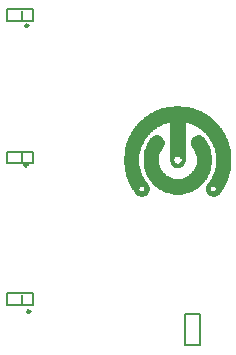
<source format=gbo>
G04 Layer_Color=32896*
%FSLAX44Y44*%
%MOMM*%
G71*
G01*
G75*
%ADD24C,0.2540*%
%ADD25C,0.2000*%
%ADD40C,0.0508*%
D24*
X143500Y398750D02*
G03*
X143500Y398750I-1250J0D01*
G01*
X142750Y280750D02*
G03*
X142750Y280750I-1250J0D01*
G01*
X145000Y156750D02*
G03*
X145000Y156750I-1250J0D01*
G01*
D25*
X125250Y172000D02*
X147250D01*
Y162000D02*
Y172000D01*
X125250Y162000D02*
X147250D01*
X125250D02*
Y172000D01*
X137750Y162000D02*
Y171000D01*
X125250Y412500D02*
X147250D01*
Y402500D02*
Y412500D01*
X125250Y402500D02*
X147250D01*
X125250D02*
Y412500D01*
X137750Y402500D02*
Y411500D01*
X125250Y292000D02*
X147250D01*
Y282000D02*
Y292000D01*
X125250Y282000D02*
X147250D01*
X125250D02*
Y292000D01*
X137750Y282000D02*
Y291000D01*
X276500Y154500D02*
X289000D01*
X276500Y128000D02*
X289000D01*
X276500D02*
Y154500D01*
X289000Y128000D02*
Y154500D01*
D40*
X314400Y279412D02*
Y291604D01*
X313892Y276364D02*
Y294652D01*
X313384Y273824D02*
Y296684D01*
X312876Y272300D02*
Y298716D01*
X312368Y270776D02*
Y300240D01*
X311860Y269252D02*
Y301256D01*
X311352Y267728D02*
Y302780D01*
X310844Y266712D02*
Y303796D01*
X310336Y265696D02*
Y304812D01*
X309828Y264680D02*
Y305828D01*
X309320Y263664D02*
Y306844D01*
X308812Y262648D02*
Y307860D01*
X308304Y261632D02*
Y308876D01*
X307796Y261124D02*
Y309384D01*
X307288Y260108D02*
Y310400D01*
X306780Y259600D02*
Y310908D01*
X306272Y258584D02*
Y311924D01*
X305764Y258076D02*
Y312432D01*
X305256Y257568D02*
Y312940D01*
X304748Y256552D02*
Y313956D01*
X304240Y256044D02*
Y314464D01*
X303732Y256044D02*
Y314972D01*
X303224Y255536D02*
Y315480D01*
X302716Y255028D02*
Y315988D01*
X302208Y289064D02*
Y316496D01*
Y255028D02*
Y281444D01*
X301700Y292112D02*
Y317004D01*
Y262140D02*
Y278396D01*
Y255028D02*
Y259600D01*
X301192Y294144D02*
Y317512D01*
Y262648D02*
Y276364D01*
Y254520D02*
Y259092D01*
X300684Y295668D02*
Y318020D01*
Y263156D02*
Y274840D01*
Y254520D02*
Y258584D01*
X300176Y297192D02*
Y318528D01*
Y263156D02*
Y273316D01*
Y254520D02*
Y258584D01*
X299668Y298208D02*
Y319036D01*
Y263156D02*
Y272300D01*
Y254520D02*
Y258584D01*
X299160Y299732D02*
Y319544D01*
Y263156D02*
Y271284D01*
Y254520D02*
Y258584D01*
X298652Y300748D02*
Y320052D01*
Y262648D02*
Y270268D01*
Y254520D02*
Y258584D01*
X298144Y301256D02*
Y320560D01*
Y281444D02*
Y289572D01*
Y262648D02*
Y269252D01*
Y255028D02*
Y259092D01*
X297636Y302272D02*
Y320560D01*
Y278396D02*
Y292112D01*
Y261632D02*
Y268236D01*
Y255028D02*
Y259600D01*
X297128Y303288D02*
Y321068D01*
Y276872D02*
Y294144D01*
Y255028D02*
Y267728D01*
X296620Y303796D02*
Y321576D01*
Y275348D02*
Y295668D01*
Y255536D02*
Y266712D01*
X296112Y304812D02*
Y322084D01*
Y273824D02*
Y296684D01*
Y256044D02*
Y266204D01*
X295604Y305320D02*
Y322084D01*
Y272808D02*
Y297700D01*
Y256044D02*
Y265188D01*
X295096Y305828D02*
Y322592D01*
Y271792D02*
Y298716D01*
Y257060D02*
Y264680D01*
X294588Y306336D02*
Y323100D01*
Y270776D02*
Y299732D01*
Y257568D02*
Y264172D01*
X294080Y307352D02*
Y323100D01*
Y270268D02*
Y300748D01*
Y258584D02*
Y262648D01*
X293572Y307860D02*
Y323608D01*
Y269252D02*
Y301256D01*
X293064Y308368D02*
Y324116D01*
Y268744D02*
Y302272D01*
X292556Y308876D02*
Y324116D01*
Y267728D02*
Y302780D01*
X292048Y309384D02*
Y324624D01*
Y267220D02*
Y303288D01*
X291540Y309892D02*
Y324624D01*
Y266712D02*
Y304304D01*
X291032Y309892D02*
Y325132D01*
Y266204D02*
Y304304D01*
X290524Y310400D02*
Y325640D01*
Y265696D02*
Y304812D01*
X290016Y310908D02*
Y325640D01*
Y265188D02*
Y305320D01*
X289508Y311416D02*
Y326148D01*
Y264680D02*
Y305320D01*
X289000Y311924D02*
Y326148D01*
Y264172D02*
Y305320D01*
X288492Y311924D02*
Y326656D01*
Y263664D02*
Y305828D01*
X287984Y312432D02*
Y326656D01*
Y263156D02*
Y305828D01*
X287476Y312940D02*
Y326656D01*
Y262648D02*
Y305828D01*
X286968Y312940D02*
Y327164D01*
Y262140D02*
Y305828D01*
X286460Y313448D02*
Y327164D01*
Y262140D02*
Y305828D01*
X285952Y313956D02*
Y327672D01*
Y287032D02*
Y305828D01*
Y261632D02*
Y283476D01*
X285444Y313956D02*
Y327672D01*
Y289572D02*
Y305320D01*
Y261124D02*
Y280936D01*
X284936Y314464D02*
Y327672D01*
Y291096D02*
Y305320D01*
Y261124D02*
Y279412D01*
X284428Y314464D02*
Y328180D01*
Y292620D02*
Y305320D01*
Y260616D02*
Y278396D01*
X283920Y314972D02*
Y328180D01*
Y293636D02*
Y304812D01*
Y260108D02*
Y277380D01*
X283412Y314972D02*
Y328180D01*
Y294144D02*
Y304304D01*
Y260108D02*
Y276364D01*
X282904Y315480D02*
Y328688D01*
Y295160D02*
Y304304D01*
Y259600D02*
Y275856D01*
X282396Y315480D02*
Y328688D01*
Y295668D02*
Y303796D01*
Y259600D02*
Y275348D01*
X281888Y315480D02*
Y328688D01*
Y296176D02*
Y302780D01*
Y259092D02*
Y274332D01*
X281380Y315988D02*
Y329196D01*
Y297700D02*
Y301764D01*
Y259092D02*
Y273824D01*
X280872Y315988D02*
Y329196D01*
Y258584D02*
Y273316D01*
X280364Y316496D02*
Y329196D01*
Y258584D02*
Y272808D01*
X279856Y316496D02*
Y329196D01*
Y258584D02*
Y272808D01*
X279348Y316496D02*
Y329704D01*
Y258076D02*
Y272300D01*
X278840Y317004D02*
Y329704D01*
Y258076D02*
Y271792D01*
X278332Y317004D02*
Y329704D01*
Y258076D02*
Y271284D01*
X277824Y317004D02*
Y329704D01*
Y257568D02*
Y271284D01*
X277316Y317004D02*
Y329704D01*
Y257568D02*
Y270776D01*
X276808Y317512D02*
Y330212D01*
Y257568D02*
Y270776D01*
X276300Y317512D02*
Y330212D01*
Y257060D02*
Y270268D01*
X275792Y284492D02*
Y330212D01*
Y257060D02*
Y270268D01*
X275284Y282460D02*
Y330212D01*
Y257060D02*
Y269760D01*
X274776Y281444D02*
Y330212D01*
Y257060D02*
Y269760D01*
X274268Y280936D02*
Y330212D01*
Y257060D02*
Y269760D01*
X273760Y280428D02*
Y330212D01*
Y257060D02*
Y269252D01*
X273252Y279920D02*
Y330212D01*
Y256552D02*
Y269252D01*
X272744Y286524D02*
Y330212D01*
Y279920D02*
Y284492D01*
Y256552D02*
Y269252D01*
X272236Y287032D02*
Y330212D01*
Y279412D02*
Y283476D01*
Y256552D02*
Y269252D01*
X271728Y288048D02*
Y330720D01*
Y279412D02*
Y282968D01*
Y256552D02*
Y269252D01*
X271220Y288048D02*
Y330720D01*
Y279412D02*
Y282460D01*
Y256552D02*
Y269252D01*
X270712Y288556D02*
Y330720D01*
Y278904D02*
Y281952D01*
Y256552D02*
Y268744D01*
X270204Y288556D02*
Y330720D01*
Y278904D02*
Y281952D01*
Y256552D02*
Y268744D01*
X269696Y288556D02*
Y330720D01*
Y278904D02*
Y281952D01*
Y256552D02*
Y268744D01*
X269188Y288556D02*
Y330720D01*
Y278904D02*
Y281952D01*
Y256552D02*
Y268744D01*
X268680Y288556D02*
Y330720D01*
Y278904D02*
Y281952D01*
Y256552D02*
Y268744D01*
X268172Y288048D02*
Y330720D01*
Y278904D02*
Y282460D01*
Y256552D02*
Y268744D01*
X267664Y288048D02*
Y330720D01*
Y279412D02*
Y282460D01*
Y256552D02*
Y269252D01*
X267156Y287540D02*
Y330720D01*
Y279412D02*
Y282968D01*
Y256552D02*
Y269252D01*
X266648Y287032D02*
Y330212D01*
Y279920D02*
Y283984D01*
Y256552D02*
Y269252D01*
X266140Y279920D02*
Y330212D01*
Y256552D02*
Y269252D01*
X265632Y280428D02*
Y330212D01*
Y256552D02*
Y269252D01*
X265124Y280936D02*
Y330212D01*
Y257060D02*
Y269760D01*
X264616Y281444D02*
Y330212D01*
Y257060D02*
Y269760D01*
X264108Y282460D02*
Y330212D01*
Y257060D02*
Y269760D01*
X263600Y283984D02*
Y330212D01*
Y257060D02*
Y270268D01*
X263092Y317512D02*
Y330212D01*
Y257060D02*
Y270268D01*
X262584Y317512D02*
Y330212D01*
Y257568D02*
Y270268D01*
X262076Y317512D02*
Y329704D01*
Y257568D02*
Y270776D01*
X261568Y317004D02*
Y329704D01*
Y257568D02*
Y271284D01*
X261060Y317004D02*
Y329704D01*
Y257568D02*
Y271284D01*
X260552Y317004D02*
Y329704D01*
Y258076D02*
Y271792D01*
X260044Y316496D02*
Y329704D01*
Y258076D02*
Y271792D01*
X259536Y316496D02*
Y329196D01*
Y258076D02*
Y272300D01*
X259028Y316496D02*
Y329196D01*
Y258584D02*
Y272808D01*
X258520Y315988D02*
Y329196D01*
Y258584D02*
Y273316D01*
X258012Y315988D02*
Y329196D01*
Y298208D02*
Y301256D01*
Y259092D02*
Y273824D01*
X257504Y315988D02*
Y328688D01*
Y296684D02*
Y302272D01*
Y259092D02*
Y274332D01*
X256996Y315480D02*
Y328688D01*
Y296176D02*
Y303288D01*
Y259600D02*
Y274840D01*
X256488Y315480D02*
Y328688D01*
Y295160D02*
Y303796D01*
Y259600D02*
Y275348D01*
X255980Y314972D02*
Y328688D01*
Y294652D02*
Y304304D01*
Y260108D02*
Y276364D01*
X255472Y314972D02*
Y328180D01*
Y293636D02*
Y304812D01*
Y260108D02*
Y276872D01*
X254964Y314464D02*
Y328180D01*
Y292620D02*
Y305320D01*
Y260616D02*
Y277888D01*
X254456Y314464D02*
Y328180D01*
Y291604D02*
Y305320D01*
Y260616D02*
Y278904D01*
X253948Y313956D02*
Y327672D01*
Y290588D02*
Y305320D01*
Y261124D02*
Y280428D01*
X253440Y313956D02*
Y327672D01*
Y288556D02*
Y305828D01*
Y261632D02*
Y282460D01*
X252932Y313448D02*
Y327164D01*
Y261632D02*
Y305828D01*
X252424Y313448D02*
Y327164D01*
Y262140D02*
Y305828D01*
X251916Y312940D02*
Y327164D01*
Y262648D02*
Y305828D01*
X251408Y312432D02*
Y326656D01*
Y263156D02*
Y305828D01*
X250900Y312432D02*
Y326656D01*
Y263156D02*
Y305828D01*
X250392Y311924D02*
Y326148D01*
Y263664D02*
Y305828D01*
X249884Y311416D02*
Y326148D01*
Y264172D02*
Y305320D01*
X249376Y310908D02*
Y325640D01*
Y264680D02*
Y305320D01*
X248868Y310908D02*
Y325640D01*
Y265188D02*
Y304812D01*
X248360Y310400D02*
Y325132D01*
Y265696D02*
Y304812D01*
X247852Y309892D02*
Y325132D01*
Y266204D02*
Y304304D01*
X247344Y309384D02*
Y324624D01*
Y267220D02*
Y303796D01*
X246836Y308876D02*
Y324624D01*
Y267728D02*
Y303288D01*
X246328Y308368D02*
Y324116D01*
Y268236D02*
Y302272D01*
X245820Y307860D02*
Y323608D01*
Y268744D02*
Y301764D01*
X245312Y307352D02*
Y323608D01*
Y269760D02*
Y301256D01*
Y259600D02*
Y262140D01*
X244804Y306844D02*
Y323100D01*
Y270776D02*
Y300240D01*
Y258076D02*
Y263664D01*
X244296Y306336D02*
Y322592D01*
Y271284D02*
Y299224D01*
Y257060D02*
Y264172D01*
X243788Y305320D02*
Y322592D01*
Y272300D02*
Y298208D01*
Y256552D02*
Y265188D01*
X243280Y304812D02*
Y322084D01*
Y273316D02*
Y297192D01*
Y256044D02*
Y265696D01*
X242772Y304304D02*
Y321576D01*
Y274840D02*
Y296176D01*
Y255536D02*
Y266204D01*
X242264Y303288D02*
Y321576D01*
Y275856D02*
Y294652D01*
Y255536D02*
Y267220D01*
X241756Y302780D02*
Y321068D01*
Y277888D02*
Y293128D01*
Y255028D02*
Y267728D01*
X241248Y301764D02*
Y320560D01*
Y279920D02*
Y290588D01*
Y262140D02*
Y268744D01*
Y255028D02*
Y259600D01*
X240740Y300748D02*
Y320052D01*
Y262648D02*
Y269760D01*
Y254520D02*
Y259092D01*
X240232Y299732D02*
Y319544D01*
Y263156D02*
Y270776D01*
Y254520D02*
Y258584D01*
X239724Y298716D02*
Y319036D01*
Y263156D02*
Y271792D01*
Y254520D02*
Y258584D01*
X239216Y297700D02*
Y319036D01*
Y263156D02*
Y272808D01*
Y254520D02*
Y258584D01*
X238708Y296684D02*
Y318528D01*
Y263156D02*
Y274332D01*
Y254520D02*
Y258584D01*
X238200Y295160D02*
Y318020D01*
Y262648D02*
Y275856D01*
Y254520D02*
Y258584D01*
X237692Y293128D02*
Y317512D01*
Y262648D02*
Y277380D01*
Y254520D02*
Y259092D01*
X237184Y290588D02*
Y317004D01*
Y261632D02*
Y279920D01*
Y255028D02*
Y259600D01*
X236676Y255028D02*
Y316496D01*
X236168Y255536D02*
Y315988D01*
X235660Y255536D02*
Y315480D01*
X235152Y256044D02*
Y314464D01*
X234644Y256552D02*
Y313956D01*
X234136Y257060D02*
Y313448D01*
X233628Y258076D02*
Y312940D01*
X233120Y258584D02*
Y311924D01*
X232612Y259092D02*
Y311416D01*
X232104Y260108D02*
Y310908D01*
X231596Y260616D02*
Y309892D01*
X231088Y261632D02*
Y308876D01*
X230580Y262140D02*
Y308368D01*
X230072Y263156D02*
Y307352D01*
X229564Y264172D02*
Y306336D01*
X229056Y265188D02*
Y305320D01*
X228548Y266204D02*
Y304304D01*
X228040Y267220D02*
Y303288D01*
X227532Y268744D02*
Y301764D01*
X227024Y269760D02*
Y300748D01*
X226516Y271284D02*
Y299224D01*
X226008Y273316D02*
Y297700D01*
X225500Y275348D02*
Y295668D01*
X224992Y277888D02*
Y292620D01*
X224484Y281952D02*
Y288556D01*
M02*

</source>
